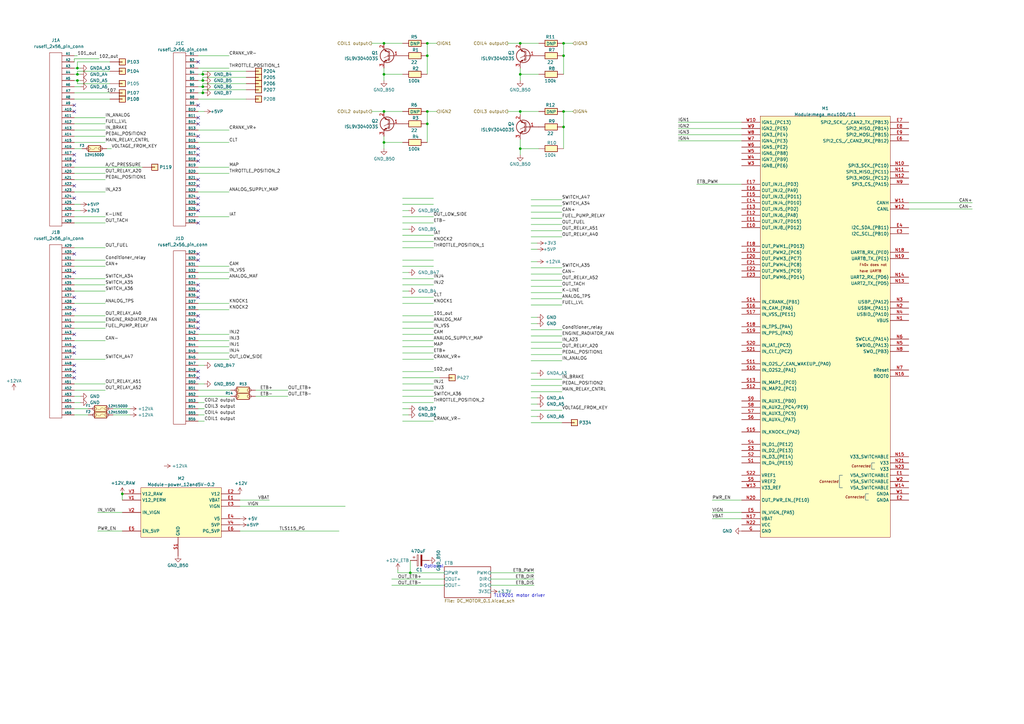
<source format=kicad_sch>
(kicad_sch (version 20230121) (generator eeschema)
  (paper "A3")
  (title_block (title "adapter-board-me17-112") (date "18.08.2023") (rev "B") (company "rusEFI"))
  (junction (at 83.185 30.48))
  (junction (at 175.26 50.8))
  (junction (at 175.26 17.78))
  (junction (at 157.48 45.72))
  (junction (at 31.75 27.94))
  (junction (at 83.185 35.56))
  (junction (at 31.75 30.48))
  (junction (at 213.36 17.78))
  (junction (at 168.275 234.95))
  (junction (at 213.36 60.96))
  (junction (at 83.185 38.1))
  (junction (at 175.26 22.86))
  (junction (at 231.14 17.78))
  (junction (at 157.48 30.48))
  (junction (at 83.185 33.02))
  (junction (at 175.26 45.72))
  (junction (at 213.36 45.72))
  (junction (at 31.75 33.02))
  (junction (at 157.48 58.42))
  (junction (at 231.14 22.86))
  (junction (at 231.14 45.72))
  (junction (at 213.36 30.48))
  (junction (at 50.165 202.565))
  (junction (at 231.14 52.07))
  (junction (at 157.48 17.78))
  (no_connect (at 81.28 132.08))
  (no_connect (at 81.28 60.96))
  (no_connect (at 81.28 91.44))
  (no_connect (at 81.28 106.68))
  (no_connect (at 81.28 154.94))
  (no_connect (at 81.28 50.8))
  (no_connect (at 81.28 152.4))
  (no_connect (at 81.28 43.18))
  (no_connect (at 30.48 127))
  (no_connect (at 81.28 129.54))
  (no_connect (at 81.28 81.28))
  (no_connect (at 81.28 63.5))
  (no_connect (at 30.48 154.94))
  (no_connect (at 81.28 66.04))
  (no_connect (at 30.48 66.04))
  (no_connect (at 81.28 73.66))
  (no_connect (at 81.28 86.36))
  (no_connect (at 81.28 104.14))
  (no_connect (at 81.28 76.2))
  (no_connect (at 81.28 48.26))
  (no_connect (at 81.28 116.84))
  (no_connect (at 30.48 81.28))
  (no_connect (at 81.28 83.82))
  (no_connect (at 81.28 121.92))
  (no_connect (at 30.48 43.18))
  (no_connect (at 81.28 119.38))
  (no_connect (at 30.48 152.4))
  (no_connect (at 30.48 121.92))
  (no_connect (at 30.48 137.16))
  (no_connect (at 81.28 134.62))
  (no_connect (at 30.48 111.76))
  (no_connect (at 30.48 144.78))
  (no_connect (at 30.48 104.14))
  (no_connect (at 81.28 25.4))
  (no_connect (at 30.48 149.86))
  (no_connect (at 30.48 45.72))
  (no_connect (at 30.48 63.5))
  (no_connect (at 30.48 76.2))
  (no_connect (at 81.28 55.88))
  (no_connect (at 30.48 142.24))
  (wire (pts (xy 81.28 68.58) (xy 93.98 68.58)))
  (wire (pts (xy 208.28 45.72) (xy 213.36 45.72)))
  (wire (pts (xy 217.805 173.355) (xy 230.505 173.355)))
  (wire (pts (xy 168.275 229.87) (xy 168.275 234.95)))
  (wire (pts (xy 165.1 172.72) (xy 177.8 172.72)))
  (wire (pts (xy 165.1 147.32) (xy 177.8 147.32)))
  (wire (pts (xy 217.805 145.415) (xy 230.505 145.415)))
  (wire (pts (xy 201.295 240.03) (xy 219.075 240.03)))
  (wire (pts (xy 165.1 99.06) (xy 177.8 99.06)))
  (wire (pts (xy 81.28 30.48) (xy 83.185 30.48)))
  (wire (pts (xy 30.48 24.13) (xy 40.64 24.13)))
  (wire (pts (xy 165.1 134.62) (xy 177.8 134.62)))
  (wire (pts (xy 165.1 101.6) (xy 177.8 101.6)))
  (wire (pts (xy 180.34 154.94) (xy 165.1 154.94)))
  (wire (pts (xy 165.1 157.48) (xy 177.8 157.48)))
  (wire (pts (xy 231.14 45.72) (xy 231.14 52.07)))
  (wire (pts (xy 278.13 50.165) (xy 304.165 50.165)))
  (wire (pts (xy 165.1 88.9) (xy 177.8 88.9)))
  (wire (pts (xy 30.48 101.6) (xy 43.18 101.6)))
  (wire (pts (xy 100.965 36.83) (xy 83.185 36.83)))
  (wire (pts (xy 213.36 45.72) (xy 220.98 45.72)))
  (wire (pts (xy 165.1 142.24) (xy 177.8 142.24)))
  (wire (pts (xy 30.48 33.02) (xy 31.75 33.02)))
  (wire (pts (xy 213.36 30.48) (xy 213.36 27.94)))
  (wire (pts (xy 110.49 205.105) (xy 98.425 205.105)))
  (wire (pts (xy 217.805 117.475) (xy 230.505 117.475)))
  (wire (pts (xy 165.1 91.44) (xy 177.8 91.44)))
  (wire (pts (xy 100.965 40.64) (xy 81.28 40.64)))
  (wire (pts (xy 217.805 86.995) (xy 230.505 86.995)))
  (wire (pts (xy 398.78 83.185) (xy 372.745 83.185)))
  (wire (pts (xy 292.1 205.105) (xy 304.165 205.105)))
  (wire (pts (xy 217.805 107.315) (xy 220.345 107.315)))
  (wire (pts (xy 165.1 96.52) (xy 177.8 96.52)))
  (wire (pts (xy 100.965 34.29) (xy 83.185 34.29)))
  (wire (pts (xy 30.48 68.58) (xy 58.42 68.58)))
  (wire (pts (xy 30.48 53.34) (xy 43.18 53.34)))
  (wire (pts (xy 46.355 170.18) (xy 53.34 170.18)))
  (wire (pts (xy 278.13 55.245) (xy 304.165 55.245)))
  (wire (pts (xy 83.185 34.29) (xy 83.185 35.56)))
  (wire (pts (xy 231.14 52.07) (xy 231.14 60.96)))
  (wire (pts (xy 217.805 137.795) (xy 230.505 137.795)))
  (wire (pts (xy 217.805 155.575) (xy 230.505 155.575)))
  (wire (pts (xy 30.48 132.08) (xy 43.18 132.08)))
  (wire (pts (xy 30.48 55.88) (xy 43.18 55.88)))
  (wire (pts (xy 213.36 60.96) (xy 220.98 60.96)))
  (wire (pts (xy 213.36 46.99) (xy 213.36 45.72)))
  (wire (pts (xy 81.28 88.9) (xy 93.98 88.9)))
  (wire (pts (xy 292.1 212.725) (xy 304.165 212.725)))
  (wire (pts (xy 30.48 116.84) (xy 43.18 116.84)))
  (wire (pts (xy 201.295 237.49) (xy 219.075 237.49)))
  (wire (pts (xy 30.48 60.96) (xy 33.655 60.96)))
  (wire (pts (xy 175.26 17.78) (xy 179.07 17.78)))
  (wire (pts (xy 104.775 160.02) (xy 118.11 160.02)))
  (wire (pts (xy 157.48 30.48) (xy 165.1 30.48)))
  (wire (pts (xy 81.28 165.1) (xy 83.82 165.1)))
  (wire (pts (xy 30.48 167.64) (xy 36.195 167.64)))
  (wire (pts (xy 30.48 35.56) (xy 33.02 35.56)))
  (wire (pts (xy 98.425 207.645) (xy 141.605 207.645)))
  (wire (pts (xy 165.1 81.28) (xy 177.8 81.28)))
  (wire (pts (xy 81.28 167.64) (xy 83.82 167.64)))
  (wire (pts (xy 31.75 25.4) (xy 45.085 25.4)))
  (wire (pts (xy 81.28 137.16) (xy 93.98 137.16)))
  (wire (pts (xy 217.805 168.275) (xy 230.505 168.275)))
  (wire (pts (xy 31.75 27.94) (xy 33.02 27.94)))
  (wire (pts (xy 30.48 165.1) (xy 33.02 165.1)))
  (wire (pts (xy 217.805 132.715) (xy 220.345 132.715)))
  (wire (pts (xy 160.655 240.03) (xy 182.245 240.03)))
  (wire (pts (xy 30.48 134.62) (xy 43.18 134.62)))
  (wire (pts (xy 213.36 30.48) (xy 220.98 30.48)))
  (wire (pts (xy 81.28 35.56) (xy 83.185 35.56)))
  (wire (pts (xy 165.1 114.3) (xy 177.8 114.3)))
  (wire (pts (xy 81.28 38.1) (xy 83.185 38.1)))
  (wire (pts (xy 217.805 170.815) (xy 220.345 170.815)))
  (wire (pts (xy 45.085 40.64) (xy 30.48 40.64)))
  (wire (pts (xy 217.805 120.015) (xy 230.505 120.015)))
  (wire (pts (xy 217.805 130.175) (xy 220.345 130.175)))
  (wire (pts (xy 81.28 27.94) (xy 93.98 27.94)))
  (wire (pts (xy 30.48 50.8) (xy 43.18 50.8)))
  (wire (pts (xy 165.1 83.82) (xy 177.8 83.82)))
  (wire (pts (xy 81.28 127) (xy 93.98 127)))
  (wire (pts (xy 30.48 119.38) (xy 43.18 119.38)))
  (wire (pts (xy 165.1 93.98) (xy 167.64 93.98)))
  (wire (pts (xy 30.48 78.74) (xy 43.18 78.74)))
  (wire (pts (xy 217.805 99.695) (xy 220.345 99.695)))
  (wire (pts (xy 31.75 30.48) (xy 33.02 30.48)))
  (wire (pts (xy 165.1 167.64) (xy 167.64 167.64)))
  (wire (pts (xy 83.185 38.1) (xy 83.82 38.1)))
  (wire (pts (xy 81.28 147.32) (xy 93.98 147.32)))
  (wire (pts (xy 165.1 119.38) (xy 167.64 119.38)))
  (wire (pts (xy 182.245 234.95) (xy 168.275 234.95)))
  (wire (pts (xy 30.48 86.36) (xy 33.02 86.36)))
  (wire (pts (xy 40.005 217.805) (xy 50.165 217.805)))
  (wire (pts (xy 81.28 157.48) (xy 83.82 157.48)))
  (wire (pts (xy 81.28 139.7) (xy 93.98 139.7)))
  (wire (pts (xy 175.26 50.8) (xy 175.26 58.42)))
  (wire (pts (xy 30.48 160.02) (xy 43.18 160.02)))
  (wire (pts (xy 81.28 124.46) (xy 93.98 124.46)))
  (wire (pts (xy 165.1 86.36) (xy 167.64 86.36)))
  (wire (pts (xy 175.26 17.78) (xy 175.26 22.86)))
  (wire (pts (xy 157.48 60.96) (xy 157.48 58.42)))
  (wire (pts (xy 31.75 33.02) (xy 33.02 33.02)))
  (wire (pts (xy 30.48 22.86) (xy 31.75 22.86)))
  (wire (pts (xy 30.48 73.66) (xy 43.18 73.66)))
  (wire (pts (xy 175.26 45.72) (xy 179.07 45.72)))
  (wire (pts (xy 208.28 17.78) (xy 213.36 17.78)))
  (wire (pts (xy 45.085 29.21) (xy 31.75 29.21)))
  (wire (pts (xy 81.28 78.74) (xy 93.98 78.74)))
  (wire (pts (xy 81.28 58.42) (xy 93.98 58.42)))
  (wire (pts (xy 81.28 22.86) (xy 93.98 22.86)))
  (wire (pts (xy 30.48 129.54) (xy 43.18 129.54)))
  (wire (pts (xy 217.805 147.955) (xy 230.505 147.955)))
  (wire (pts (xy 165.1 139.7) (xy 177.8 139.7)))
  (wire (pts (xy 217.805 109.855) (xy 230.505 109.855)))
  (wire (pts (xy 168.275 234.95) (xy 163.195 234.95)))
  (wire (pts (xy 152.4 45.72) (xy 157.48 45.72)))
  (wire (pts (xy 45.085 34.29) (xy 31.75 34.29)))
  (wire (pts (xy 165.1 111.76) (xy 167.64 111.76)))
  (wire (pts (xy 231.14 17.78) (xy 234.95 17.78)))
  (wire (pts (xy 217.805 160.655) (xy 230.505 160.655)))
  (wire (pts (xy 157.48 33.02) (xy 157.48 30.48)))
  (wire (pts (xy 81.28 162.56) (xy 94.615 162.56)))
  (wire (pts (xy 398.78 85.725) (xy 372.745 85.725)))
  (wire (pts (xy 292.1 210.185) (xy 304.165 210.185)))
  (wire (pts (xy 30.48 114.3) (xy 43.18 114.3)))
  (wire (pts (xy 213.36 17.78) (xy 220.98 17.78)))
  (wire (pts (xy 165.1 137.16) (xy 177.8 137.16)))
  (wire (pts (xy 165.1 124.46) (xy 177.8 124.46)))
  (wire (pts (xy 30.48 38.1) (xy 45.085 38.1)))
  (wire (pts (xy 165.1 132.08) (xy 177.8 132.08)))
  (wire (pts (xy 81.28 109.22) (xy 93.98 109.22)))
  (wire (pts (xy 30.48 147.32) (xy 43.18 147.32)))
  (wire (pts (xy 217.805 97.155) (xy 230.505 97.155)))
  (wire (pts (xy 83.185 36.83) (xy 83.185 38.1)))
  (wire (pts (xy 30.48 71.12) (xy 43.18 71.12)))
  (wire (pts (xy 157.48 30.48) (xy 157.48 27.94)))
  (wire (pts (xy 46.355 167.64) (xy 53.34 167.64)))
  (wire (pts (xy 217.805 165.735) (xy 220.345 165.735)))
  (wire (pts (xy 100.965 31.75) (xy 83.185 31.75)))
  (wire (pts (xy 30.48 124.46) (xy 43.18 124.46)))
  (wire (pts (xy 31.75 34.29) (xy 31.75 33.02)))
  (wire (pts (xy 201.295 234.95) (xy 219.075 234.95)))
  (wire (pts (xy 217.805 142.875) (xy 230.505 142.875)))
  (wire (pts (xy 30.48 109.22) (xy 43.18 109.22)))
  (wire (pts (xy 157.48 17.78) (xy 165.1 17.78)))
  (wire (pts (xy 217.805 102.235) (xy 220.345 102.235)))
  (wire (pts (xy 165.1 170.18) (xy 167.64 170.18)))
  (wire (pts (xy 81.28 142.24) (xy 93.98 142.24)))
  (wire (pts (xy 30.48 24.13) (xy 30.48 25.4)))
  (wire (pts (xy 30.48 91.44) (xy 43.18 91.44)))
  (wire (pts (xy 81.28 114.3) (xy 93.98 114.3)))
  (wire (pts (xy 81.28 45.72) (xy 83.82 45.72)))
  (wire (pts (xy 165.1 129.54) (xy 177.8 129.54)))
  (wire (pts (xy 217.805 163.195) (xy 220.345 163.195)))
  (wire (pts (xy 217.805 92.075) (xy 230.505 92.075)))
  (wire (pts (xy 217.805 158.115) (xy 230.505 158.115)))
  (wire (pts (xy 231.14 17.78) (xy 231.14 22.86)))
  (wire (pts (xy 31.75 29.21) (xy 31.75 30.48)))
  (wire (pts (xy 163.195 234.95) (xy 163.195 233.68)))
  (wire (pts (xy 30.48 48.26) (xy 43.18 48.26)))
  (wire (pts (xy 81.28 53.34) (xy 93.98 53.34)))
  (wire (pts (xy 213.36 63.5) (xy 213.36 60.96)))
  (wire (pts (xy 83.185 31.75) (xy 83.185 33.02)))
  (wire (pts (xy 157.48 45.72) (xy 165.1 45.72)))
  (wire (pts (xy 165.1 106.68) (xy 177.8 106.68)))
  (wire (pts (xy 43.815 60.96) (xy 45.72 60.96)))
  (wire (pts (xy 30.48 30.48) (xy 31.75 30.48)))
  (wire (pts (xy 104.775 162.56) (xy 118.11 162.56)))
  (wire (pts (xy 165.1 165.1) (xy 177.8 165.1)))
  (wire (pts (xy 30.48 139.7) (xy 43.18 139.7)))
  (wire (pts (xy 81.28 33.02) (xy 83.185 33.02)))
  (wire (pts (xy 81.28 149.86) (xy 83.82 149.86)))
  (wire (pts (xy 83.185 29.21) (xy 83.185 30.48)))
  (wire (pts (xy 217.805 153.035) (xy 220.345 153.035)))
  (wire (pts (xy 217.805 140.335) (xy 230.505 140.335)))
  (wire (pts (xy 213.36 33.02) (xy 213.36 30.48)))
  (wire (pts (xy 217.805 94.615) (xy 230.505 94.615)))
  (wire (pts (xy 165.1 162.56) (xy 177.8 162.56)))
  (wire (pts (xy 30.48 157.48) (xy 43.18 157.48)))
  (wire (pts (xy 278.13 52.705) (xy 304.165 52.705)))
  (wire (pts (xy 81.28 160.02) (xy 94.615 160.02)))
  (wire (pts (xy 165.1 109.22) (xy 177.8 109.22)))
  (wire (pts (xy 165.1 121.92) (xy 177.8 121.92)))
  (wire (pts (xy 165.1 160.02) (xy 177.8 160.02)))
  (wire (pts (xy 50.165 202.565) (xy 50.165 205.105)))
  (wire (pts (xy 81.28 170.18) (xy 83.82 170.18)))
  (wire (pts (xy 165.1 144.78) (xy 177.8 144.78)))
  (wire (pts (xy 81.28 172.72) (xy 83.82 172.72)))
  (wire (pts (xy 81.28 71.12) (xy 93.98 71.12)))
  (wire (pts (xy 285.75 75.565) (xy 304.165 75.565)))
  (wire (pts (xy 165.1 152.4) (xy 177.8 152.4)))
  (wire (pts (xy 31.75 25.4) (xy 31.75 27.94)))
  (wire (pts (xy 217.805 135.255) (xy 230.505 135.255)))
  (wire (pts (xy 100.965 29.21) (xy 83.185 29.21)))
  (wire (pts (xy 160.655 237.49) (xy 182.245 237.49)))
  (wire (pts (xy 81.28 111.76) (xy 93.98 111.76)))
  (wire (pts (xy 213.36 60.96) (xy 213.36 57.15)))
  (wire (pts (xy 157.48 58.42) (xy 165.1 58.42)))
  (wire (pts (xy 217.805 84.455) (xy 230.505 84.455)))
  (wire (pts (xy 81.28 144.78) (xy 93.98 144.78)))
  (wire (pts (xy 30.48 162.56) (xy 33.02 162.56)))
  (wire (pts (xy 83.185 35.56) (xy 83.82 35.56)))
  (wire (pts (xy 231.14 45.72) (xy 234.95 45.72)))
  (wire (pts (xy 217.805 122.555) (xy 230.505 122.555)))
  (wire (pts (xy 30.48 83.82) (xy 33.02 83.82)))
  (wire (pts (xy 30.48 106.68) (xy 43.18 106.68)))
  (wire (pts (xy 217.805 112.395) (xy 230.505 112.395)))
  (wire (pts (xy 217.805 114.935) (xy 230.505 114.935)))
  (wire (pts (xy 40.005 210.185) (xy 50.165 210.185)))
  (wire (pts (xy 30.48 27.94) (xy 31.75 27.94)))
  (wire (pts (xy 217.805 81.915) (xy 230.505 81.915)))
  (wire (pts (xy 157.48 58.42) (xy 157.48 55.88)))
  (wire (pts (xy 152.4 17.78) (xy 157.48 17.78)))
  (wire (pts (xy 217.805 125.095) (xy 230.505 125.095)))
  (wire (pts (xy 30.48 170.18) (xy 36.195 170.18)))
  (wire (pts (xy 278.13 57.785) (xy 304.165 57.785)))
  (wire (pts (xy 30.48 58.42) (xy 43.18 58.42)))
  (wire (pts (xy 217.805 89.535) (xy 230.505 89.535)))
  (wire (pts (xy 165.1 116.84) (xy 177.8 116.84)))
  (wire (pts (xy 83.185 30.48) (xy 83.82 30.48)))
  (wire (pts (xy 175.26 45.72) (xy 175.26 50.8)))
  (wire (pts (xy 175.26 22.86) (xy 175.26 30.48)))
  (wire (pts (xy 83.185 33.02) (xy 83.82 33.02)))
  (wire (pts (xy 231.14 22.86) (xy 231.14 30.48)))
  (wire (pts (xy 30.48 88.9) (xy 43.18 88.9)))
  (wire (pts (xy 98.425 217.805) (xy 139.065 217.805)))
  (text "TLE9201 motor driver" (at 202.565 245.11 0) (effects (font (size 1.27 1.27)) (justify left bottom)))
  (text "Optional" (at 173.8619 233.0688 0) (effects (font (size 1.27 1.27)) (justify left bottom)))
  (label "107" (at 43.815 38.1 0))
  (label "KNOCK1" (at 93.98 124.46 0))
  (label "OUT_TACH" (at 230.505 117.475 0))
  (label "INJ2" (at 177.8 116.84 0))
  (label "SWITCH_A36" (at 177.8 162.56 0))
  (label "FUEL_LVL" (at 43.18 50.8 0))
  (label "CLT" (at 177.8 121.92 0))
  (label "CAM" (at 93.98 109.22 0))
  (label "Сonditioner_relay" (at 230.505 135.255 0))
  (label "FUEL_LVL" (at 230.505 125.095 0))
  (label "102_out" (at 177.8 152.4 0))
  (label "SWITCH_A36" (at 43.18 119.38 0))
  (label "PEDAL_POSITION2" (at 230.505 158.115 0))
  (label "IAT" (at 177.8 96.52 0))
  (label "PEDAL_POSITION2" (at 43.18 55.88 0))
  (label "FUEL_PUMP_RELAY" (at 43.18 134.62 0))
  (label "CRANK_VR-" (at 177.8 172.72 0))
  (label "A{slash}C_PRESSURE" (at 43.18 68.58 0))
  (label "INJ1" (at 177.8 157.48 0))
  (label "CRANK_VR+" (at 177.8 147.32 0))
  (label "SWITCH_A47" (at 230.505 81.915 0))
  (label "SWITCH_A47" (at 43.18 147.32 0))
  (label "COIL1 output" (at 83.82 172.72 0))
  (label "IGN2" (at 278.13 52.705 0))
  (label "PEDAL_POSITION1" (at 43.18 73.66 0))
  (label "INJ1" (at 93.98 142.24 0))
  (label "CRANK_VR+" (at 93.98 53.34 0))
  (label "IN_BRAKE" (at 43.18 53.34 0))
  (label "ETB-" (at 177.8 91.44 0))
  (label "ANALOG_SUPPLY_MAP" (at 177.8 139.7 0))
  (label "FUEL_PUMP_RELAY" (at 230.505 89.535 0))
  (label "MAP" (at 93.98 68.58 0))
  (label "THROTTLE_POSITION_2" (at 177.8 165.1 0))
  (label "ETB_DIR" (at 219.075 237.49 180))
  (label "IN_ANALOG" (at 230.505 147.955 0))
  (label "PEDAL_POSITION1" (at 230.505 145.415 0))
  (label "VIGN" (at 106.045 207.645 180))
  (label "SWITCH_A35" (at 230.505 109.855 0))
  (label "ETB_DIS" (at 219.075 240.03 180))
  (label "OUT_RELAY_A40" (at 230.505 97.155 0))
  (label "VBAT" (at 292.1 212.725 0))
  (label "CAN-" (at 230.505 112.395 0))
  (label "OUT_ETB-" (at 118.11 162.56 0))
  (label "OUT_RELAY_A52" (at 230.505 114.935 0))
  (label "CAM" (at 177.8 137.16 0))
  (label "SWITCH_A34" (at 43.18 114.3 0))
  (label "SWITCH_A34" (at 230.505 84.455 0))
  (label "K-LINE" (at 43.18 88.9 0))
  (label "VOLTAGE_FROM_KEY" (at 45.72 60.96 0))
  (label "IN_VSS" (at 93.98 111.76 0))
  (label "INJ4" (at 177.8 114.3 0))
  (label "CAN+" (at 43.18 109.22 0))
  (label "ETB-" (at 106.68 162.56 0))
  (label "IGN3" (at 278.13 55.245 0))
  (label "INJ2" (at 93.98 137.16 0))
  (label "OUT_FUEL" (at 230.505 92.075 0))
  (label "102_out" (at 40.64 24.13 0))
  (label "ETB_PWM" (at 219.075 234.95 180))
  (label "101_out" (at 31.75 22.86 0))
  (label "PWR_EN" (at 40.005 217.805 0))
  (label "OUT_RELAY_A20" (at 230.505 142.875 0))
  (label "OUT_ETB-" (at 163.195 240.03 0))
  (label "VBAT" (at 110.49 205.105 180))
  (label "TLS115_PG" (at 125.095 217.805 180))
  (label "ANALOG_TPS" (at 43.18 124.46 0))
  (label "INJ3" (at 177.8 160.02 0))
  (label "IN_VIGN" (at 40.005 210.185 0))
  (label "IGN4" (at 278.13 57.785 0))
  (label "K-LINE" (at 230.505 120.015 0))
  (label "IAT" (at 93.98 88.9 0))
  (label "CRANK_VR-" (at 93.98 22.86 0))
  (label "ANALOG_SUPPLY_MAP" (at 93.98 78.74 0))
  (label "Сonditioner_relay" (at 43.18 106.68 0))
  (label "ANALOG_TPS" (at 230.505 122.555 0))
  (label "IN_A23" (at 43.18 78.74 0))
  (label "INJ3" (at 93.98 139.7 0))
  (label "ENGINE_RADIATOR_FAN" (at 43.18 132.08 0))
  (label "MAIN_RELAY_CNTRL" (at 230.505 160.655 0))
  (label "ANALOG_MAF" (at 93.98 114.3 0))
  (label "THROTTLE_POSITION_1" (at 93.98 27.94 0))
  (label "OUT_LOW_SIDE" (at 93.98 147.32 0))
  (label "CAN-" (at 398.78 85.725 180))
  (label "VOLTAGE_FROM_KEY" (at 230.505 168.275 0))
  (label "MAP" (at 177.8 142.24 0))
  (label "VIGN" (at 292.1 210.185 0))
  (label "ANALOG_MAF" (at 177.8 132.08 0))
  (label "OUT_RELAY_A20" (at 43.18 71.12 0))
  (label "THROTTLE_POSITION_2" (at 93.98 71.12 0))
  (label "ENGINE_RADIATOR_FAN" (at 230.505 137.795 0))
  (label "ETB_PWM" (at 285.75 75.565 0))
  (label "OUT_LOW_SIDE" (at 177.8 88.9 0))
  (label "OUT_TACH" (at 43.18 91.44 0))
  (label "OUT_ETB+" (at 163.195 237.49 0))
  (label "OUT_FUEL" (at 43.18 101.6 0))
  (label "CAN+" (at 230.505 86.995 0))
  (label "IN_A23" (at 230.505 140.335 0))
  (label "ETB+" (at 106.68 160.02 0))
  (label "IN_ANALOG" (at 43.18 48.26 0))
  (label "KNOCK2" (at 93.98 127 0))
  (label "MAIN_RELAY_CNTRL" (at 43.18 58.42 0))
  (label "PWR_EN" (at 292.1 205.105 0))
  (label "OUT_RELAY_A40" (at 43.18 129.54 0))
  (label "OUT_RELAY_A52" (at 43.18 160.02 0))
  (label "101_out" (at 177.8 129.54 0))
  (label "CLT" (at 93.98 58.42 0))
  (label "IN_VSS" (at 177.8 134.62 0))
  (label "KNOCK2" (at 177.8 99.06 0))
  (label "OUT_RELAY_A51" (at 43.18 157.48 0))
  (label "SWITCH_A35" (at 43.18 116.84 0))
  (label "COIL4 output" (at 83.82 170.18 0))
  (label "THROTTLE_POSITION_1" (at 177.8 101.6 0))
  (label "COIL2 output" (at 83.82 165.1 0))
  (label "COIL3 output" (at 83.82 167.64 0))
  (label "IN_BRAKE" (at 230.505 155.575 0))
  (label "IGN1" (at 278.13 50.165 0))
  (label "OUT_ETB+" (at 118.11 160.02 0))
  (label "KNOCK1" (at 177.8 124.46 0))
  (label "INJ4" (at 93.98 144.78 0))
  (label "CAN-" (at 43.18 139.7 0))
  (label "OUT_RELAY_A51" (at 230.505 94.615 0))
  (label "ETB+" (at 177.8 144.78 0))
  (label "CAN+" (at 398.78 83.185 180))
  (hierarchical_label "IGN3" (shape input) (at 234.95 17.78 0))
  (hierarchical_label "COIL2 output" (shape output) (at 152.4 45.72 180))
  (hierarchical_label "COIL3 output" (shape output) (at 208.28 45.72 180))
  (hierarchical_label "COIL4 output" (shape output) (at 208.28 17.78 180))
  (hierarchical_label "IGN4" (shape input) (at 234.95 45.72 0))
  (hierarchical_label "IGN2" (shape input) (at 179.07 45.72 0))
  (hierarchical_label "IGN1" (shape input) (at 179.07 17.78 0))
  (hierarchical_label "COIL1 output" (shape output) (at 152.4 17.78 180))
  (symbol (lib_name "GND_2") (lib_id "power:GND") (at 33.02 35.56 90) (unit 1)
    (property "Reference" "#PWR04" (effects hide))
    (property "Value" "GND_A6" (at 36.83 35.56 90) (effects (justify right)))
  )
  (symbol (lib_id "power:GND") (at 213.36 33.02 0) (unit 1)
    (property "Reference" "#PWR020" (effects hide))
    (property "Value" "GND" (at 213.36 36.83 0))
  )
  (symbol (lib_name "GND_10") (lib_id "power:GND") (at 304.165 217.805 270) (mirror x) (unit 1)
    (property "Reference" "#PWR044" (effects hide))
    (property "Value" "GND" (at 300.355 217.805 90) (effects (justify right)))
  )
  (symbol (lib_id "hellen-one-common:Res") (at 231.14 45.72 0) (mirror y) (unit 1)
    (property "Reference" "R12" (at 225.7396 43.0753 0))
    (property "Value" "DNP" (at 226.0865 45.8827 0))
    (property "Footprint" "Resistor_SMD:R_2512_6332Metric" (effects hide))
  )
  (symbol (lib_id "Device:Q_NIGBT_GCE") (at 160.02 50.8 0) (mirror y) (unit 1)
    (property "Reference" "Q2" (at 155.1686 49.6316 0) (effects (justify left)))
    (property "Value" "ISL9V3040D3S" (at 155.1686 51.943 0) (effects (justify left)))
    (property "Footprint" "Package_TO_SOT_SMD:TO-252-2" (effects hide))
    (property "LCSC" "C462128" (effects hide))
  )
  (symbol (lib_id "hellen-one-common:Pad") (at 106.045 29.21 0) (unit 1)
    (property "Reference" "P204" (at 110.49 29.21 0))
    (property "Value" "Pad" (effects hide))
    (property "Footprint" "hellen-one-common:PAD-TH" (effects hide))
  )
  (symbol (lib_id "hellen-one-common:Fuse-Pad-Pad") (at 41.275 170.18 0) (unit 1)
    (property "Reference" "F2" (at 36.195 168.91 0) (effects (font (size 1.016 1.016))))
    (property "Value" "12H1500D" (at 48.3642 169.0713 0) (effects (font (size 1.016 1.016))))
    (property "Footprint" "hellen-one-common:PAD-1206-PAD" (effects hide))
    (property "LCSC" "C182446" (effects hide))
  )
  (symbol (lib_id "power:+12VA") (at 5.715 160.02 0) (unit 1)
    (property "Reference" "#PWR027" (effects hide))
    (property "Value" "+12VA" (at 5.715 156.21 0))
  )
  (symbol (lib_id "power:+3V3") (at 220.345 99.695 270) (unit 1)
    (property "Reference" "#PWR029" (effects hide))
    (property "Value" "+3V3" (at 222.885 99.695 90) (effects (justify left)))
  )
  (symbol (lib_name "GND_10") (lib_id "power:GND") (at 220.345 130.175 90) (unit 1)
    (property "Reference" "#PWR09" (effects hide))
    (property "Value" "GND" (at 224.155 130.175 90) (effects (justify right)))
  )
  (symbol (lib_id "hellen-one-common:Res") (at 220.98 30.48 0) (mirror x) (unit 1)
    (property "Reference" "R8" (at 226.302 28.1318 0))
    (property "Value" "100k" (at 225.7461 33.1556 0))
    (property "Footprint" "hellen-one-common:R0603" (effects hide))
    (property "LCSC" "C25803" (effects hide))
  )
  (symbol (lib_name "GND_9") (lib_id "power:GND") (at 167.64 111.76 90) (unit 1)
    (property "Reference" "#PWR033" (effects hide))
    (property "Value" "GND_B47" (at 171.45 111.76 90) (effects (justify right)))
  )
  (symbol (lib_id "Device:C_Polarized") (at 172.085 229.87 90) (mirror x) (unit 1)
    (property "Reference" "C1" (at 173.355 233.68 90) (effects (justify left)))
    (property "Value" "470uF" (at 174.625 226.06 90) (effects (justify left)))
    (property "Footprint" "Capacitor_SMD:CP_Elec_10x10.5" (effects hide))
  )
  (symbol (lib_id "hellen-one-common:Jumper-Pad-Pad") (at 99.695 162.56 0) (unit 1)
    (property "Reference" "R14" (at 93.98 161.29 0) (effects (font (size 1.016 1.016))))
    (property "Value" "Jumper-Pad-Pad" (effects hide))
    (property "Footprint" "hellen-one-common:PAD-0805-PAD" (effects hide))
    (property "LCSC" "C17477" (effects hide))
  )
  (symbol (lib_id "hellen-one-common:Jumper-Pad-Pad") (at 99.695 160.02 0) (unit 1)
    (property "Reference" "R13" (at 99.695 157.48 0) (effects (font (size 1.016 1.016))))
    (property "Value" "Jumper-Pad-Pad" (effects hide))
    (property "Footprint" "hellen-one-common:PAD-0805-PAD" (effects hide))
    (property "LCSC" "C17477" (effects hide))
  )
  (symbol (lib_name "GND_5") (lib_id "power:GND") (at 167.64 119.38 90) (unit 1)
    (property "Reference" "#PWR036" (effects hide))
    (property "Value" "GND_B4" (at 171.45 119.38 90) (effects (justify right)))
  )
  (symbol (lib_id "power:GND") (at 175.895 229.87 90) (mirror x) (unit 1)
    (property "Reference" "#PWR046" (effects hide))
    (property "Value" "GND" (at 179.8384 229.9208 0))
  )
  (symbol (lib_name "GND_6") (lib_id "power:GND") (at 167.64 93.98 90) (unit 1)
    (property "Reference" "#PWR034" (effects hide))
    (property "Value" "GND_B5" (at 171.45 93.98 90) (effects (justify right)))
  )
  (symbol (lib_id "hellen-one-common:Pad") (at 106.045 31.75 0) (unit 1)
    (property "Reference" "P205" (at 110.49 31.75 0))
    (property "Value" "Pad" (effects hide))
    (property "Footprint" "hellen-one-common:PAD-TH" (effects hide))
  )
  (symbol (lib_id "hellen-one-common:Fuse-Pad-Pad") (at 38.735 60.96 0) (unit 1)
    (property "Reference" "F3" (at 33.655 59.69 0) (effects (font (size 1.016 1.016))))
    (property "Value" "12H1500D" (at 38.735 63.5 0) (effects (font (size 1.016 1.016))))
    (property "Footprint" "hellen-one-common:PAD-1206-PAD" (effects hide))
    (property "LCSC" "C182446" (effects hide))
  )
  (symbol (lib_id "Device:Q_NIGBT_GCE") (at 215.9 52.07 0) (mirror y) (unit 1)
    (property "Reference" "Q4" (at 211.0486 50.9016 0) (effects (justify left)))
    (property "Value" "ISL9V3040D3S" (at 211.0486 53.213 0) (effects (justify left)))
    (property "Footprint" "Package_TO_SOT_SMD:TO-252-2" (effects hide))
    (property "LCSC" "C462128" (effects hide))
  )
  (symbol (lib_name "GNDA_1") (lib_id "power:GNDA") (at 220.345 163.195 90) (unit 1)
    (property "Reference" "#PWR024" (effects hide))
    (property "Value" "GND_A4" (at 224.155 163.195 90) (effects (justify right)))
  )
  (symbol (lib_id "Device:Q_NIGBT_GCE") (at 215.9 22.86 0) (mirror y) (unit 1)
    (property "Reference" "Q3" (at 211.0486 21.6916 0) (effects (justify left)))
    (property "Value" "ISL9V3040D3S" (at 211.0486 24.003 0) (effects (justify left)))
    (property "Footprint" "Package_TO_SOT_SMD:TO-252-2" (effects hide))
    (property "LCSC" "C462128" (effects hide))
  )
  (symbol (lib_id "rusefi_2x56_pin_connector:rusefi_2x56_pin_conn") (at 76.2 62.23 0) (mirror y) (unit 3)
    (property "Reference" "J1" (at 73.66 17.78 0))
    (property "Value" "rusefi_2x56_pin_conn" (at 74.93 20.32 0))
    (property "Footprint" "rusefi_2x56_pin_connector:rusefi_2x56_pin_connector" (effects hide))
  )
  (symbol (lib_name "+12VA_1") (lib_id "power:+12VA") (at 220.345 107.315 270) (unit 1)
    (property "Reference" "#PWR037" (effects hide))
    (property "Value" "+12_Relay" (at 223.52 107.315 90) (effects (justify left)))
  )
  (symbol (lib_name "GND_1") (lib_id "power:GND") (at 33.02 33.02 90) (unit 1)
    (property "Reference" "#PWR03" (effects hide))
    (property "Value" "GND_A5" (at 36.83 33.02 90) (effects (justify right)))
  )
  (symbol (lib_id "hellen-one-common:Pad") (at 50.165 34.29 0) (unit 1)
    (property "Reference" "P105" (at 54.61 34.29 0))
    (property "Value" "Pad" (effects hide))
    (property "Footprint" "hellen-one-common:PAD-TH" (effects hide))
  )
  (symbol (lib_id "hellen-one-common:Res") (at 175.26 45.72 0) (mirror y) (unit 1)
    (property "Reference" "R6" (at 169.8596 43.0753 0))
    (property "Value" "DNP" (at 170.2065 45.8827 0))
    (property "Footprint" "Resistor_SMD:R_2512_6332Metric" (effects hide))
  )
  (symbol (lib_name "GND_7") (lib_id "power:GND") (at 83.82 35.56 90) (unit 1)
    (property "Reference" "#PWR013" (effects hide))
    (property "Value" "GND_B6" (at 87.63 35.56 90) (effects (justify right)))
  )
  (symbol (lib_id "hellen-one-common:Pad") (at 106.045 40.64 0) (unit 1)
    (property "Reference" "P208" (at 110.49 40.64 0))
    (property "Value" "Pad" (effects hide))
    (property "Footprint" "hellen-one-common:PAD-TH" (effects hide))
  )
  (symbol (lib_id "power:GND") (at 213.36 63.5 0) (unit 1)
    (property "Reference" "#PWR021" (effects hide))
    (property "Value" "GND" (at 213.36 67.31 0))
  )
  (symbol (lib_id "power:GND") (at 83.82 157.48 90) (unit 1)
    (property "Reference" "#PWR017" (effects hide))
    (property "Value" "GND_B50" (at 87.63 157.48 90) (effects (justify right)))
  )
  (symbol (lib_id "power:+3.3V") (at 201.295 242.57 270) (unit 1)
    (property "Reference" "#PWR047" (effects hide))
    (property "Value" "+3.3V" (at 203.835 242.57 90) (effects (justify left)))
  )
  (symbol (lib_id "hellen-one-common:Res") (at 165.1 30.48 0) (mirror x) (unit 1)
    (property "Reference" "R2" (at 170.422 28.1318 0))
    (property "Value" "100k" (at 169.8661 33.1556 0))
    (property "Footprint" "hellen-one-common:R0603" (effects hide))
    (property "LCSC" "C25803" (effects hide))
  )
  (symbol (lib_name "+12VA_1") (lib_id "power:+12VA") (at 53.34 170.18 270) (unit 1)
    (property "Reference" "#PWR030" (effects hide))
    (property "Value" "+12_Relay" (at 56.515 170.18 90) (effects (justify left)))
  )
  (symbol (lib_id "hellen-one-common:Res") (at 165.1 22.86 0) (mirror x) (unit 1)
    (property "Reference" "R1" (at 170.422 20.5118 0))
    (property "Value" "22" (at 169.8661 25.5356 0))
    (property "Footprint" "hellen-one-common:R0603" (effects hide))
    (property "LCSC" "C23345" (effects hide))
  )
  (symbol (lib_id "power:GND") (at 157.48 33.02 0) (unit 1)
    (property "Reference" "#PWR018" (effects hide))
    (property "Value" "GND" (at 157.48 36.83 0))
  )
  (symbol (lib_id "hellen-one-common:Res") (at 220.98 22.86 0) (mirror x) (unit 1)
    (property "Reference" "R7" (at 226.302 20.5118 0))
    (property "Value" "22" (at 225.7461 25.5356 0))
    (property "Footprint" "hellen-one-common:R0603" (effects hide))
    (property "LCSC" "C23345" (effects hide))
  )
  (symbol (lib_id "power:GND") (at 167.64 86.36 90) (unit 1)
    (property "Reference" "#PWR035" (effects hide))
    (property "Value" "GND_B50" (at 171.45 86.36 90) (effects (justify right)))
  )
  (symbol (lib_id "hellen-one-common:Pad") (at 185.42 154.94 0) (unit 1)
    (property "Reference" "P427" (at 189.865 154.94 0))
    (property "Value" "Pad" (effects hide))
    (property "Footprint" "hellen-one-common:PAD-TH" (effects hide))
  )
  (symbol (lib_id "power:+3V3") (at 33.02 86.36 270) (unit 1)
    (property "Reference" "#PWR06" (effects hide))
    (property "Value" "+3V3" (at 35.56 86.36 90) (effects (justify left)))
  )
  (symbol (lib_id "hellen-one-common:Res") (at 220.98 60.96 0) (mirror x) (unit 1)
    (property "Reference" "R10" (at 226.302 58.6118 0))
    (property "Value" "100k" (at 225.7461 63.6356 0))
    (property "Footprint" "hellen-one-common:R0603" (effects hide))
    (property "LCSC" "C25803" (effects hide))
  )
  (symbol (lib_id "hellen-one-common:Pad") (at 50.165 29.21 0) (unit 1)
    (property "Reference" "P104" (at 54.61 29.21 0))
    (property "Value" "Pad" (effects hide))
    (property "Footprint" "hellen-one-common:PAD-TH" (effects hide))
  )
  (symbol (lib_name "GND_1") (lib_id "power:GND") (at 220.345 165.735 90) (unit 1)
    (property "Reference" "#PWR025" (effects hide))
    (property "Value" "GND_A5" (at 224.155 165.735 90) (effects (justify right)))
  )
  (symbol (lib_id "power:GNDA") (at 220.345 153.035 90) (unit 1)
    (property "Reference" "#PWR023" (effects hide))
    (property "Value" "GNDA_A3" (at 224.155 153.035 90) (effects (justify right)))
  )
  (symbol (lib_name "GND_6") (lib_id "power:GND") (at 83.82 33.02 90) (unit 1)
    (property "Reference" "#PWR012" (effects hide))
    (property "Value" "GND_B5" (at 87.63 33.02 90) (effects (justify right)))
  )
  (symbol (lib_name "GND_10") (lib_id "power:GND") (at 33.02 165.1 90) (unit 1)
    (property "Reference" "#PWR08" (effects hide))
    (property "Value" "GND" (at 36.83 165.1 90) (effects (justify right)))
  )
  (symbol (lib_id "hellen-one-common:Res") (at 220.98 52.07 0) (mirror x) (unit 1)
    (property "Reference" "R9" (at 226.302 49.7218 0))
    (property "Value" "22" (at 225.7461 54.7456 0))
    (property "Footprint" "hellen-one-common:R0603" (effects hide))
    (property "LCSC" "C23345" (effects hide))
  )
  (symbol (lib_id "power:+5VP") (at 220.345 102.235 270) (unit 1)
    (property "Reference" "#PWR022" (effects hide))
    (property "Value" "+5VP" (at 225.425 102.235 90))
  )
  (symbol (lib_name "GND_5") (lib_id "power:GND") (at 83.82 30.48 90) (unit 1)
    (property "Reference" "#PWR011" (effects hide))
    (property "Value" "GND_B4" (at 87.63 30.48 90) (effects (justify right)))
  )
  (symbol (lib_id "hellen-one-common:Pad") (at 50.165 40.64 0) (unit 1)
    (property "Reference" "P108" (at 54.61 40.64 0))
    (property "Value" "Pad" (effects hide))
    (property "Footprint" "hellen-one-common:PAD-TH" (effects hide))
  )
  (symbol (lib_id "hellen-one-common:Pad") (at 106.045 36.83 0) (unit 1)
    (property "Reference" "P207" (at 110.49 36.83 0))
    (property "Value" "Pad" (effects hide))
    (property "Footprint" "hellen-one-common:PAD-TH" (effects hide))
  )
  (symbol (lib_name "GND_9") (lib_id "power:GND") (at 83.82 149.86 90) (unit 1)
    (property "Reference" "#PWR016" (effects hide))
    (property "Value" "GND_B47" (at 87.63 149.86 90) (effects (justify right)))
  )
  (symbol (lib_id "hellen-one-common:Pad") (at 50.165 38.1 0) (unit 1)
    (property "Reference" "P107" (at 54.61 38.1 0))
    (property "Value" "Pad" (effects hide))
    (property "Footprint" "hellen-one-common:PAD-TH" (effects hide))
  )
  (symbol (lib_id "hellen-one-mega-mcu100-0.1:root_0_Mod-Hellen-MEGA_MCU100") (at 304.165 50.165 0) (unit 1)
    (property "Reference" "M1" (at 338.455 44.45 0))
    (property "Value" "Module:mega_mcu100/0.1" (at 338.455 46.99 0))
    (property "Footprint" "hellen-one-mega-mcu100-0.1:mega-mcu100" (effects hide))
    (property "PUBLISHER" "qwerty-off" (effects hide))
    (property "SUPPLIER PART NUMBER 1" "*" (effects hide))
    (property "SUPPLIER PART NUMBER 2" "*" (effects hide))
    (property "SUPPLIER 1" "Mouser" (effects hide))
    (property "SUPPLIER 2" "Digi-Key" (effects hide))
    (property "FITTED" "False" (effects hide))
    (property "SUPPLIER 3" "LCSC" (effects hide))
    (property "TYPE" "Module" (effects hide))
  )
  (symbol (lib_name "+12VA_1") (lib_id "power:+12VA") (at 67.31 191.135 270) (unit 1)
    (property "Reference" "#PWR043" (effects hide))
    (property "Value" "+12_Relay" (at 70.485 191.135 90) (effects (justify left)))
  )
  (symbol (lib_id "hellen-one-common:Pad") (at 63.5 68.58 0) (unit 1)
    (property "Reference" "P119" (at 67.945 68.58 0))
    (property "Value" "Pad" (effects hide))
    (property "Footprint" "hellen-one-common:PAD-TH" (effects hide))
  )
  (symbol (lib_id "power:GND") (at 157.48 60.96 0) (unit 1)
    (property "Reference" "#PWR019" (effects hide))
    (property "Value" "GND" (at 157.6294 65.131 0))
  )
  (symbol (lib_name "GND_10") (lib_id "power:GND") (at 33.02 162.56 90) (unit 1)
    (property "Reference" "#PWR07" (effects hide))
    (property "Value" "GND" (at 36.83 162.56 90) (effects (justify right)))
  )
  (symbol (lib_name "GNDA_1") (lib_id "power:GNDA") (at 33.02 30.48 90) (unit 1)
    (property "Reference" "#PWR02" (effects hide))
    (property "Value" "GND_A4" (at 36.83 30.48 90) (effects (justify right)))
  )
  (symbol (lib_name "rusefi_2x56_pin_conn_3") (lib_id "rusefi_2x56_pin_connector:rusefi_2x56_pin_conn") (at 76.2 139.7 0) (mirror y) (unit 4)
    (property "Reference" "J1" (at 73.66 97.79 0))
    (property "Value" "rusefi_2x56_pin_conn" (at 74.93 100.33 0))
    (property "Footprint" "rusefi_2x56_pin_connector:rusefi_2x56_pin_connector" (effects hide))
  )
  (symbol (lib_id "hellen-one-common:+12V_ETB") (at 163.195 233.68 0) (unit 1)
    (property "Reference" "#PWR045" (effects hide))
    (property "Value" "+12V_ETB" (at 158.115 229.87 0) (effects (justify left)))
  )
  (symbol (lib_name "rusefi_2x56_pin_conn_2") (lib_id "rusefi_2x56_pin_connector:rusefi_2x56_pin_conn") (at 25.4 137.16 0) (mirror y) (unit 2)
    (property "Reference" "J1" (at 22.86 95.25 0))
    (property "Value" "rusefi_2x56_pin_conn" (at 24.13 97.79 0))
    (property "Footprint" "rusefi_2x56_pin_connector:rusefi_2x56_pin_connector" (effects hide))
  )
  (symbol (lib_id "power:GND") (at 73.025 227.965 0) (mirror y) (unit 1)
    (property "Reference" "#PWR039" (effects hide))
    (property "Value" "GND" (at 72.9742 231.9084 0))
  )
  (symbol (lib_id "hellen-one-common:Fuse-Pad-Pad") (at 41.275 167.64 0) (unit 1)
    (property "Reference" "F1" (at 36.195 166.37 0) (effects (font (size 1.016 1.016))))
    (property "Value" "12H1500D" (at 48.3642 166.5313 0) (effects (font (size 1.016 1.016))))
    (property "Footprint" "hellen-one-common:PAD-1206-PAD" (effects hide))
    (property "LCSC" "C182446" (effects hide))
  )
  (symbol (lib_id "Device:Q_NIGBT_GCE") (at 160.02 22.86 0) (mirror y) (unit 1)
    (property "Reference" "Q1" (at 155.1686 21.6916 0) (effects (justify left)))
    (property "Value" "ISL9V3040D3S" (at 155.1686 24.003 0) (effects (justify left)))
    (property "Footprint" "Package_TO_SOT_SMD:TO-252-2" (effects hide))
    (property "LCSC" "C462128" (effects hide))
  )
  (symbol (lib_name "+12VA_1") (lib_id "power:+12VA") (at 53.34 167.64 270) (unit 1)
    (property "Reference" "#PWR028" (effects hide))
    (property "Value" "+12_Relay" (at 56.515 167.64 90) (effects (justify left)))
  )
  (symbol (lib_id "hellen-one-common:+12V_RAW") (at 50.165 202.565 0) (unit 1)
    (property "Reference" "#PWR038" (effects hide))
    (property "Value" "+12V_RAW" (at 45.4533 198.1199 0) (effects (justify left)))
  )
  (symbol (lib_id "power:+12V") (at 98.425 202.565 0) (unit 1)
    (property "Reference" "#PWR041" (effects hide))
    (property "Value" "+12V" (at 98.7933 198.2406 0))
  )
  (symbol (lib_id "power:+5VP") (at 33.02 83.82 270) (unit 1)
    (property "Reference" "#PWR05" (effects hide))
    (property "Value" "+5VP" (at 38.1 83.82 90))
  )
  (symbol (lib_name "GND_8") (lib_id "power:GND") (at 83.82 38.1 90) (unit 1)
    (property "Reference" "#PWR014" (effects hide))
    (property "Value" "GND_B7" (at 87.63 38.1 90) (effects (justify right)))
  )
  (symbol (lib_id "hellen-one-common:Res") (at 165.1 58.42 0) (mirror x) (unit 1)
    (property "Reference" "R4" (at 170.422 56.0718 0))
    (property "Value" "100k" (at 169.8661 61.0956 0))
    (property "Footprint" "hellen-one-common:R0603" (effects hide))
    (property "LCSC" "C25803" (effects hide))
  )
  (symbol (lib_id "power:+5VP") (at 98.425 215.265 270) (unit 1)
    (property "Reference" "#PWR040" (effects hide))
    (property "Value" "+5VP" (at 103.505 215.265 90))
  )
  (symbol (lib_name "GND_8") (lib_id "power:GND") (at 167.64 167.64 90) (unit 1)
    (property "Reference" "#PWR032" (effects hide))
    (property "Value" "GND_B7" (at 171.45 167.64 90) (effects (justify right)))
  )
  (symbol (lib_id "hellen-one-common:Res") (at 165.1 50.8 0) (mirror x) (unit 1)
    (property "Reference" "R3" (at 170.422 48.4518 0))
    (property "Value" "22" (at 169.8661 53.4756 0))
    (property "Footprint" "hellen-one-common:R0603" (effects hide))
    (property "LCSC" "C23345" (effects hide))
  )
  (symbol (lib_name "GND_10") (lib_id "power:GND") (at 220.345 132.715 90) (unit 1)
    (property "Reference" "#PWR010" (effects hide))
    (property "Value" "GND" (at 224.155 132.715 90) (effects (justify right)))
  )
  (symbol (lib_name "GND_2") (lib_id "power:GND") (at 220.345 170.815 90) (unit 1)
    (property "Reference" "#PWR026" (effects hide))
    (property "Value" "GND_A6" (at 224.155 170.815 90) (effects (justify right)))
  )
  (symbol (lib_name "GND_7") (lib_id "power:GND") (at 167.64 170.18 90) (unit 1)
    (property "Reference" "#PWR031" (effects hide))
    (property "Value" "GND_B6" (at 171.45 170.18 90) (effects (justify right)))
  )
  (symbol (lib_id "hellen-one-common:Res") (at 175.26 17.78 0) (mirror y) (unit 1)
    (property "Reference" "R5" (at 169.8596 15.1353 0))
    (property "Value" "DNP" (at 170.2065 17.9427 0))
    (property "Footprint" "Resistor_SMD:R_2512_6332Metric" (effects hide))
  )
  (symbol (lib_name "rusefi_2x56_pin_conn_1") (lib_id "rusefi_2x56_pin_connector:rusefi_2x56_pin_conn") (at 25.4 57.15 0) (mirror y) (unit 1)
    (property "Reference" "J1" (at 22.86 16.51 0))
    (property "Value" "rusefi_2x56_pin_conn" (at 24.13 19.05 0))
    (property "Footprint" "rusefi_2x56_pin_connector:rusefi_2x56_pin_connector" (effects hide))
  )
  (symbol (lib_id "power:+5V") (at 98.425 212.725 270) (unit 1)
    (property "Reference" "#PWR042" (effects hide))
    (property "Value" "+5V" (at 103.505 212.725 90))
  )
  (symbol (lib_id "hellen-one-common:Pad") (at 106.045 34.29 0) (unit 1)
    (property "Reference" "P206" (at 110.49 34.29 0))
    (property "Value" "Pad" (effects hide))
    (property "Footprint" "hellen-one-common:PAD-TH" (effects hide))
  )
  (symbol (lib_id "hellen-one-common:Res") (at 231.14 17.78 0) (mirror y) (unit 1)
    (property "Reference" "R11" (at 225.7396 15.1353 0))
    (property "Value" "DNP" (at 226.0865 17.9427 0))
    (property "Footprint" "Resistor_SMD:R_2512_6332Metric" (effects hide))
  )
  (symbol (lib_id "power:GNDA") (at 33.02 27.94 90) (unit 1)
    (property "Reference" "#PWR01" (effects hide))
    (property "Value" "GNDA_A3" (at 36.83 27.94 90) (effects (justify right)))
  )
  (symbol (lib_id "hellen-one-common:Pad") (at 235.585 173.355 0) (unit 1)
    (property "Reference" "P334" (at 240.03 173.355 0))
    (property "Value" "Pad" (effects hide))
    (property "Footprint" "hellen-one-common:PAD-TH" (effects hide))
  )
  (symbol (lib_id "hellen-one-power_12and5V:Module-power_12and5V-0.2") (at 57.785 200.025 0) (unit 1)
    (property "Reference" "M2" (at 74.295 196.215 0))
    (property "Value" "Module-power_12and5V-0.2" (at 74.295 198.755 0))
    (property "Footprint" "hellen-one-power_12and5V-0.2:power_12and5V" (effects hide))
  )
  (symbol (lib_id "hellen-one-common:Pad") (at 50.165 25.4 0) (unit 1)
    (property "Reference" "P103" (at 54.61 25.4 0))
    (property "Value" "Pad" (effects hide))
    (property "Footprint" "hellen-one-common:PAD-TH" (effects hide))
  )
  (symbol (lib_id "power:+5VP") (at 83.82 45.72 270) (unit 1)
    (property "Reference" "#PWR015" (effects hide))
    (property "Value" "+5VP" (at 88.9 45.72 90))
  )
  (sheet (at 182.245 232.41) (size 19.05 12.7) (stroke (width 0.1524))
    (property "Sheetname" "ETB" (at 182.245 231.6984 0) (effects (justify left bottom)))
    (property "Sheetfile" "DC_MOTOR_0.1.kicad_sch" (at 182.245 245.6946 0) (effects (justify left top)))
    (pin "OUT+" output (at 182.245 237.49 180))
    (pin "OUT-" output (at 182.245 240.03 180))
    (pin "PWR" passive (at 182.245 234.95 180))
    (pin "PWM" input (at 201.295 234.95 0))
    (pin "DIR" input (at 201.295 237.49 0))
    (pin "DIS" input (at 201.295 240.03 0))
    (pin "3V3" passive (at 201.295 242.57 0))
  )
)
</source>
